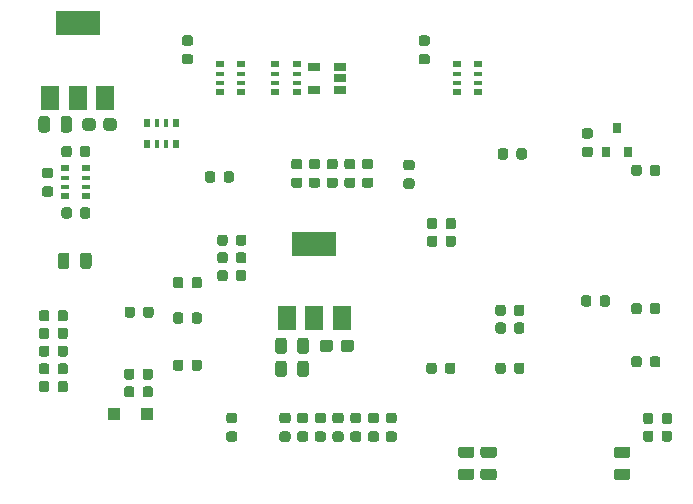
<source format=gbr>
G04 #@! TF.GenerationSoftware,KiCad,Pcbnew,(5.1.6-0-10_14)*
G04 #@! TF.CreationDate,2020-08-15T08:11:16-07:00*
G04 #@! TF.ProjectId,fpga-ice40,66706761-2d69-4636-9534-302e6b696361,r0.1*
G04 #@! TF.SameCoordinates,Original*
G04 #@! TF.FileFunction,Paste,Bot*
G04 #@! TF.FilePolarity,Positive*
%FSLAX46Y46*%
G04 Gerber Fmt 4.6, Leading zero omitted, Abs format (unit mm)*
G04 Created by KiCad (PCBNEW (5.1.6-0-10_14)) date 2020-08-15 08:11:16*
%MOMM*%
%LPD*%
G01*
G04 APERTURE LIST*
%ADD10R,1.100000X1.100000*%
%ADD11R,0.800000X0.500000*%
%ADD12R,0.800000X0.400000*%
%ADD13R,1.060000X0.650000*%
%ADD14R,0.500000X0.800000*%
%ADD15R,0.400000X0.800000*%
%ADD16R,0.800000X0.900000*%
%ADD17R,1.500000X2.000000*%
%ADD18R,3.800000X2.000000*%
G04 APERTURE END LIST*
G36*
G01*
X177250000Y-95593750D02*
X177250000Y-96106250D01*
G75*
G02*
X177031250Y-96325000I-218750J0D01*
G01*
X176593750Y-96325000D01*
G75*
G02*
X176375000Y-96106250I0J218750D01*
G01*
X176375000Y-95593750D01*
G75*
G02*
X176593750Y-95375000I218750J0D01*
G01*
X177031250Y-95375000D01*
G75*
G02*
X177250000Y-95593750I0J-218750D01*
G01*
G37*
G36*
G01*
X178825000Y-95593750D02*
X178825000Y-96106250D01*
G75*
G02*
X178606250Y-96325000I-218750J0D01*
G01*
X178168750Y-96325000D01*
G75*
G02*
X177950000Y-96106250I0J218750D01*
G01*
X177950000Y-95593750D01*
G75*
G02*
X178168750Y-95375000I218750J0D01*
G01*
X178606250Y-95375000D01*
G75*
G02*
X178825000Y-95593750I0J-218750D01*
G01*
G37*
G36*
G01*
X184500000Y-94793750D02*
X184500000Y-95306250D01*
G75*
G02*
X184281250Y-95525000I-218750J0D01*
G01*
X183843750Y-95525000D01*
G75*
G02*
X183625000Y-95306250I0J218750D01*
G01*
X183625000Y-94793750D01*
G75*
G02*
X183843750Y-94575000I218750J0D01*
G01*
X184281250Y-94575000D01*
G75*
G02*
X184500000Y-94793750I0J-218750D01*
G01*
G37*
G36*
G01*
X186075000Y-94793750D02*
X186075000Y-95306250D01*
G75*
G02*
X185856250Y-95525000I-218750J0D01*
G01*
X185418750Y-95525000D01*
G75*
G02*
X185200000Y-95306250I0J218750D01*
G01*
X185200000Y-94793750D01*
G75*
G02*
X185418750Y-94575000I218750J0D01*
G01*
X185856250Y-94575000D01*
G75*
G02*
X186075000Y-94793750I0J-218750D01*
G01*
G37*
G36*
G01*
X190450000Y-106756250D02*
X190450000Y-106243750D01*
G75*
G02*
X190668750Y-106025000I218750J0D01*
G01*
X191106250Y-106025000D01*
G75*
G02*
X191325000Y-106243750I0J-218750D01*
G01*
X191325000Y-106756250D01*
G75*
G02*
X191106250Y-106975000I-218750J0D01*
G01*
X190668750Y-106975000D01*
G75*
G02*
X190450000Y-106756250I0J218750D01*
G01*
G37*
G36*
G01*
X188875000Y-106756250D02*
X188875000Y-106243750D01*
G75*
G02*
X189093750Y-106025000I218750J0D01*
G01*
X189531250Y-106025000D01*
G75*
G02*
X189750000Y-106243750I0J-218750D01*
G01*
X189750000Y-106756250D01*
G75*
G02*
X189531250Y-106975000I-218750J0D01*
G01*
X189093750Y-106975000D01*
G75*
G02*
X188875000Y-106756250I0J218750D01*
G01*
G37*
G36*
G01*
X187556250Y-108350000D02*
X186643750Y-108350000D01*
G75*
G02*
X186400000Y-108106250I0J243750D01*
G01*
X186400000Y-107618750D01*
G75*
G02*
X186643750Y-107375000I243750J0D01*
G01*
X187556250Y-107375000D01*
G75*
G02*
X187800000Y-107618750I0J-243750D01*
G01*
X187800000Y-108106250D01*
G75*
G02*
X187556250Y-108350000I-243750J0D01*
G01*
G37*
G36*
G01*
X187556250Y-110225000D02*
X186643750Y-110225000D01*
G75*
G02*
X186400000Y-109981250I0J243750D01*
G01*
X186400000Y-109493750D01*
G75*
G02*
X186643750Y-109250000I243750J0D01*
G01*
X187556250Y-109250000D01*
G75*
G02*
X187800000Y-109493750I0J-243750D01*
G01*
X187800000Y-109981250D01*
G75*
G02*
X187556250Y-110225000I-243750J0D01*
G01*
G37*
G36*
G01*
X146500000Y-101506250D02*
X146500000Y-100993750D01*
G75*
G02*
X146718750Y-100775000I218750J0D01*
G01*
X147156250Y-100775000D01*
G75*
G02*
X147375000Y-100993750I0J-218750D01*
G01*
X147375000Y-101506250D01*
G75*
G02*
X147156250Y-101725000I-218750J0D01*
G01*
X146718750Y-101725000D01*
G75*
G02*
X146500000Y-101506250I0J218750D01*
G01*
G37*
G36*
G01*
X144925000Y-101506250D02*
X144925000Y-100993750D01*
G75*
G02*
X145143750Y-100775000I218750J0D01*
G01*
X145581250Y-100775000D01*
G75*
G02*
X145800000Y-100993750I0J-218750D01*
G01*
X145800000Y-101506250D01*
G75*
G02*
X145581250Y-101725000I-218750J0D01*
G01*
X145143750Y-101725000D01*
G75*
G02*
X144925000Y-101506250I0J218750D01*
G01*
G37*
G36*
G01*
X163275000Y-99125001D02*
X163275000Y-98574999D01*
G75*
G02*
X163524999Y-98325000I249999J0D01*
G01*
X164150001Y-98325000D01*
G75*
G02*
X164400000Y-98574999I0J-249999D01*
G01*
X164400000Y-99125001D01*
G75*
G02*
X164150001Y-99375000I-249999J0D01*
G01*
X163524999Y-99375000D01*
G75*
G02*
X163275000Y-99125001I0J249999D01*
G01*
G37*
G36*
G01*
X161500000Y-99125001D02*
X161500000Y-98574999D01*
G75*
G02*
X161749999Y-98325000I249999J0D01*
G01*
X162375001Y-98325000D01*
G75*
G02*
X162625000Y-98574999I0J-249999D01*
G01*
X162625000Y-99125001D01*
G75*
G02*
X162375001Y-99375000I-249999J0D01*
G01*
X161749999Y-99375000D01*
G75*
G02*
X161500000Y-99125001I0J249999D01*
G01*
G37*
G36*
G01*
X143175000Y-80375001D02*
X143175000Y-79824999D01*
G75*
G02*
X143424999Y-79575000I249999J0D01*
G01*
X144050001Y-79575000D01*
G75*
G02*
X144300000Y-79824999I0J-249999D01*
G01*
X144300000Y-80375001D01*
G75*
G02*
X144050001Y-80625000I-249999J0D01*
G01*
X143424999Y-80625000D01*
G75*
G02*
X143175000Y-80375001I0J249999D01*
G01*
G37*
G36*
G01*
X141400000Y-80375001D02*
X141400000Y-79824999D01*
G75*
G02*
X141649999Y-79575000I249999J0D01*
G01*
X142275001Y-79575000D01*
G75*
G02*
X142525000Y-79824999I0J-249999D01*
G01*
X142525000Y-80375001D01*
G75*
G02*
X142275001Y-80625000I-249999J0D01*
G01*
X141649999Y-80625000D01*
G75*
G02*
X141400000Y-80375001I0J249999D01*
G01*
G37*
G36*
G01*
X153700000Y-89643750D02*
X153700000Y-90156250D01*
G75*
G02*
X153481250Y-90375000I-218750J0D01*
G01*
X153043750Y-90375000D01*
G75*
G02*
X152825000Y-90156250I0J218750D01*
G01*
X152825000Y-89643750D01*
G75*
G02*
X153043750Y-89425000I218750J0D01*
G01*
X153481250Y-89425000D01*
G75*
G02*
X153700000Y-89643750I0J-218750D01*
G01*
G37*
G36*
G01*
X155275000Y-89643750D02*
X155275000Y-90156250D01*
G75*
G02*
X155056250Y-90375000I-218750J0D01*
G01*
X154618750Y-90375000D01*
G75*
G02*
X154400000Y-90156250I0J218750D01*
G01*
X154400000Y-89643750D01*
G75*
G02*
X154618750Y-89425000I218750J0D01*
G01*
X155056250Y-89425000D01*
G75*
G02*
X155275000Y-89643750I0J-218750D01*
G01*
G37*
G36*
G01*
X141200000Y-92106250D02*
X141200000Y-91193750D01*
G75*
G02*
X141443750Y-90950000I243750J0D01*
G01*
X141931250Y-90950000D01*
G75*
G02*
X142175000Y-91193750I0J-243750D01*
G01*
X142175000Y-92106250D01*
G75*
G02*
X141931250Y-92350000I-243750J0D01*
G01*
X141443750Y-92350000D01*
G75*
G02*
X141200000Y-92106250I0J243750D01*
G01*
G37*
G36*
G01*
X139325000Y-92106250D02*
X139325000Y-91193750D01*
G75*
G02*
X139568750Y-90950000I243750J0D01*
G01*
X140056250Y-90950000D01*
G75*
G02*
X140300000Y-91193750I0J-243750D01*
G01*
X140300000Y-92106250D01*
G75*
G02*
X140056250Y-92350000I-243750J0D01*
G01*
X139568750Y-92350000D01*
G75*
G02*
X139325000Y-92106250I0J243750D01*
G01*
G37*
G36*
G01*
X158700000Y-98393750D02*
X158700000Y-99306250D01*
G75*
G02*
X158456250Y-99550000I-243750J0D01*
G01*
X157968750Y-99550000D01*
G75*
G02*
X157725000Y-99306250I0J243750D01*
G01*
X157725000Y-98393750D01*
G75*
G02*
X157968750Y-98150000I243750J0D01*
G01*
X158456250Y-98150000D01*
G75*
G02*
X158700000Y-98393750I0J-243750D01*
G01*
G37*
G36*
G01*
X160575000Y-98393750D02*
X160575000Y-99306250D01*
G75*
G02*
X160331250Y-99550000I-243750J0D01*
G01*
X159843750Y-99550000D01*
G75*
G02*
X159600000Y-99306250I0J243750D01*
G01*
X159600000Y-98393750D01*
G75*
G02*
X159843750Y-98150000I243750J0D01*
G01*
X160331250Y-98150000D01*
G75*
G02*
X160575000Y-98393750I0J-243750D01*
G01*
G37*
G36*
G01*
X138650000Y-79643750D02*
X138650000Y-80556250D01*
G75*
G02*
X138406250Y-80800000I-243750J0D01*
G01*
X137918750Y-80800000D01*
G75*
G02*
X137675000Y-80556250I0J243750D01*
G01*
X137675000Y-79643750D01*
G75*
G02*
X137918750Y-79400000I243750J0D01*
G01*
X138406250Y-79400000D01*
G75*
G02*
X138650000Y-79643750I0J-243750D01*
G01*
G37*
G36*
G01*
X140525000Y-79643750D02*
X140525000Y-80556250D01*
G75*
G02*
X140281250Y-80800000I-243750J0D01*
G01*
X139793750Y-80800000D01*
G75*
G02*
X139550000Y-80556250I0J243750D01*
G01*
X139550000Y-79643750D01*
G75*
G02*
X139793750Y-79400000I243750J0D01*
G01*
X140281250Y-79400000D01*
G75*
G02*
X140525000Y-79643750I0J-243750D01*
G01*
G37*
G36*
G01*
X139300000Y-102556250D02*
X139300000Y-102043750D01*
G75*
G02*
X139518750Y-101825000I218750J0D01*
G01*
X139956250Y-101825000D01*
G75*
G02*
X140175000Y-102043750I0J-218750D01*
G01*
X140175000Y-102556250D01*
G75*
G02*
X139956250Y-102775000I-218750J0D01*
G01*
X139518750Y-102775000D01*
G75*
G02*
X139300000Y-102556250I0J218750D01*
G01*
G37*
G36*
G01*
X137725000Y-102556250D02*
X137725000Y-102043750D01*
G75*
G02*
X137943750Y-101825000I218750J0D01*
G01*
X138381250Y-101825000D01*
G75*
G02*
X138600000Y-102043750I0J-218750D01*
G01*
X138600000Y-102556250D01*
G75*
G02*
X138381250Y-102775000I-218750J0D01*
G01*
X137943750Y-102775000D01*
G75*
G02*
X137725000Y-102556250I0J218750D01*
G01*
G37*
G36*
G01*
X177450000Y-82343750D02*
X177450000Y-82856250D01*
G75*
G02*
X177231250Y-83075000I-218750J0D01*
G01*
X176793750Y-83075000D01*
G75*
G02*
X176575000Y-82856250I0J218750D01*
G01*
X176575000Y-82343750D01*
G75*
G02*
X176793750Y-82125000I218750J0D01*
G01*
X177231250Y-82125000D01*
G75*
G02*
X177450000Y-82343750I0J-218750D01*
G01*
G37*
G36*
G01*
X179025000Y-82343750D02*
X179025000Y-82856250D01*
G75*
G02*
X178806250Y-83075000I-218750J0D01*
G01*
X178368750Y-83075000D01*
G75*
G02*
X178150000Y-82856250I0J218750D01*
G01*
X178150000Y-82343750D01*
G75*
G02*
X178368750Y-82125000I218750J0D01*
G01*
X178806250Y-82125000D01*
G75*
G02*
X179025000Y-82343750I0J-218750D01*
G01*
G37*
G36*
G01*
X165793750Y-106100000D02*
X166306250Y-106100000D01*
G75*
G02*
X166525000Y-106318750I0J-218750D01*
G01*
X166525000Y-106756250D01*
G75*
G02*
X166306250Y-106975000I-218750J0D01*
G01*
X165793750Y-106975000D01*
G75*
G02*
X165575000Y-106756250I0J218750D01*
G01*
X165575000Y-106318750D01*
G75*
G02*
X165793750Y-106100000I218750J0D01*
G01*
G37*
G36*
G01*
X165793750Y-104525000D02*
X166306250Y-104525000D01*
G75*
G02*
X166525000Y-104743750I0J-218750D01*
G01*
X166525000Y-105181250D01*
G75*
G02*
X166306250Y-105400000I-218750J0D01*
G01*
X165793750Y-105400000D01*
G75*
G02*
X165575000Y-105181250I0J218750D01*
G01*
X165575000Y-104743750D01*
G75*
G02*
X165793750Y-104525000I218750J0D01*
G01*
G37*
G36*
G01*
X167293750Y-106100000D02*
X167806250Y-106100000D01*
G75*
G02*
X168025000Y-106318750I0J-218750D01*
G01*
X168025000Y-106756250D01*
G75*
G02*
X167806250Y-106975000I-218750J0D01*
G01*
X167293750Y-106975000D01*
G75*
G02*
X167075000Y-106756250I0J218750D01*
G01*
X167075000Y-106318750D01*
G75*
G02*
X167293750Y-106100000I218750J0D01*
G01*
G37*
G36*
G01*
X167293750Y-104525000D02*
X167806250Y-104525000D01*
G75*
G02*
X168025000Y-104743750I0J-218750D01*
G01*
X168025000Y-105181250D01*
G75*
G02*
X167806250Y-105400000I-218750J0D01*
G01*
X167293750Y-105400000D01*
G75*
G02*
X167075000Y-105181250I0J218750D01*
G01*
X167075000Y-104743750D01*
G75*
G02*
X167293750Y-104525000I218750J0D01*
G01*
G37*
G36*
G01*
X141200000Y-87856250D02*
X141200000Y-87343750D01*
G75*
G02*
X141418750Y-87125000I218750J0D01*
G01*
X141856250Y-87125000D01*
G75*
G02*
X142075000Y-87343750I0J-218750D01*
G01*
X142075000Y-87856250D01*
G75*
G02*
X141856250Y-88075000I-218750J0D01*
G01*
X141418750Y-88075000D01*
G75*
G02*
X141200000Y-87856250I0J218750D01*
G01*
G37*
G36*
G01*
X139625000Y-87856250D02*
X139625000Y-87343750D01*
G75*
G02*
X139843750Y-87125000I218750J0D01*
G01*
X140281250Y-87125000D01*
G75*
G02*
X140500000Y-87343750I0J-218750D01*
G01*
X140500000Y-87856250D01*
G75*
G02*
X140281250Y-88075000I-218750J0D01*
G01*
X139843750Y-88075000D01*
G75*
G02*
X139625000Y-87856250I0J218750D01*
G01*
G37*
D10*
X144100000Y-104650000D03*
X146900000Y-104650000D03*
D11*
X157750000Y-77402000D03*
D12*
X157750000Y-76602000D03*
D11*
X157750000Y-75002000D03*
D12*
X157750000Y-75802000D03*
D11*
X159550000Y-77402000D03*
D12*
X159550000Y-75802000D03*
X159550000Y-76602000D03*
D11*
X159550000Y-75002000D03*
X174900000Y-75000000D03*
D12*
X174900000Y-75800000D03*
D11*
X174900000Y-77400000D03*
D12*
X174900000Y-76600000D03*
D11*
X173100000Y-75000000D03*
D12*
X173100000Y-76600000D03*
X173100000Y-75800000D03*
D11*
X173100000Y-77400000D03*
D13*
X161050000Y-75250000D03*
X161050000Y-77150000D03*
X163250000Y-77150000D03*
X163250000Y-76200000D03*
X163250000Y-75250000D03*
G36*
G01*
X176256250Y-108350000D02*
X175343750Y-108350000D01*
G75*
G02*
X175100000Y-108106250I0J243750D01*
G01*
X175100000Y-107618750D01*
G75*
G02*
X175343750Y-107375000I243750J0D01*
G01*
X176256250Y-107375000D01*
G75*
G02*
X176500000Y-107618750I0J-243750D01*
G01*
X176500000Y-108106250D01*
G75*
G02*
X176256250Y-108350000I-243750J0D01*
G01*
G37*
G36*
G01*
X176256250Y-110225000D02*
X175343750Y-110225000D01*
G75*
G02*
X175100000Y-109981250I0J243750D01*
G01*
X175100000Y-109493750D01*
G75*
G02*
X175343750Y-109250000I243750J0D01*
G01*
X176256250Y-109250000D01*
G75*
G02*
X176500000Y-109493750I0J-243750D01*
G01*
X176500000Y-109981250D01*
G75*
G02*
X176256250Y-110225000I-243750J0D01*
G01*
G37*
D14*
X149300000Y-81800000D03*
D15*
X148500000Y-81800000D03*
D14*
X146900000Y-81800000D03*
D15*
X147700000Y-81800000D03*
D14*
X149300000Y-80000000D03*
D15*
X147700000Y-80000000D03*
X148500000Y-80000000D03*
D14*
X146900000Y-80000000D03*
G36*
G01*
X138600000Y-97543750D02*
X138600000Y-98056250D01*
G75*
G02*
X138381250Y-98275000I-218750J0D01*
G01*
X137943750Y-98275000D01*
G75*
G02*
X137725000Y-98056250I0J218750D01*
G01*
X137725000Y-97543750D01*
G75*
G02*
X137943750Y-97325000I218750J0D01*
G01*
X138381250Y-97325000D01*
G75*
G02*
X138600000Y-97543750I0J-218750D01*
G01*
G37*
G36*
G01*
X140175000Y-97543750D02*
X140175000Y-98056250D01*
G75*
G02*
X139956250Y-98275000I-218750J0D01*
G01*
X139518750Y-98275000D01*
G75*
G02*
X139300000Y-98056250I0J218750D01*
G01*
X139300000Y-97543750D01*
G75*
G02*
X139518750Y-97325000I218750J0D01*
G01*
X139956250Y-97325000D01*
G75*
G02*
X140175000Y-97543750I0J-218750D01*
G01*
G37*
G36*
G01*
X184406250Y-81300000D02*
X183893750Y-81300000D01*
G75*
G02*
X183675000Y-81081250I0J218750D01*
G01*
X183675000Y-80643750D01*
G75*
G02*
X183893750Y-80425000I218750J0D01*
G01*
X184406250Y-80425000D01*
G75*
G02*
X184625000Y-80643750I0J-218750D01*
G01*
X184625000Y-81081250D01*
G75*
G02*
X184406250Y-81300000I-218750J0D01*
G01*
G37*
G36*
G01*
X184406250Y-82875000D02*
X183893750Y-82875000D01*
G75*
G02*
X183675000Y-82656250I0J218750D01*
G01*
X183675000Y-82218750D01*
G75*
G02*
X183893750Y-82000000I218750J0D01*
G01*
X184406250Y-82000000D01*
G75*
G02*
X184625000Y-82218750I0J-218750D01*
G01*
X184625000Y-82656250D01*
G75*
G02*
X184406250Y-82875000I-218750J0D01*
G01*
G37*
D16*
X186650000Y-80450000D03*
X185700000Y-82450000D03*
X187600000Y-82450000D03*
G36*
G01*
X158700000Y-100343750D02*
X158700000Y-101256250D01*
G75*
G02*
X158456250Y-101500000I-243750J0D01*
G01*
X157968750Y-101500000D01*
G75*
G02*
X157725000Y-101256250I0J243750D01*
G01*
X157725000Y-100343750D01*
G75*
G02*
X157968750Y-100100000I243750J0D01*
G01*
X158456250Y-100100000D01*
G75*
G02*
X158700000Y-100343750I0J-243750D01*
G01*
G37*
G36*
G01*
X160575000Y-100343750D02*
X160575000Y-101256250D01*
G75*
G02*
X160331250Y-101500000I-243750J0D01*
G01*
X159843750Y-101500000D01*
G75*
G02*
X159600000Y-101256250I0J243750D01*
G01*
X159600000Y-100343750D01*
G75*
G02*
X159843750Y-100100000I243750J0D01*
G01*
X160331250Y-100100000D01*
G75*
G02*
X160575000Y-100343750I0J-243750D01*
G01*
G37*
D17*
X163350000Y-96500000D03*
X158750000Y-96500000D03*
X161050000Y-96500000D03*
D18*
X161050000Y-90200000D03*
D17*
X143300000Y-77850000D03*
X138700000Y-77850000D03*
X141000000Y-77850000D03*
D18*
X141000000Y-71550000D03*
G36*
G01*
X174356250Y-108350000D02*
X173443750Y-108350000D01*
G75*
G02*
X173200000Y-108106250I0J243750D01*
G01*
X173200000Y-107618750D01*
G75*
G02*
X173443750Y-107375000I243750J0D01*
G01*
X174356250Y-107375000D01*
G75*
G02*
X174600000Y-107618750I0J-243750D01*
G01*
X174600000Y-108106250D01*
G75*
G02*
X174356250Y-108350000I-243750J0D01*
G01*
G37*
G36*
G01*
X174356250Y-110225000D02*
X173443750Y-110225000D01*
G75*
G02*
X173200000Y-109981250I0J243750D01*
G01*
X173200000Y-109493750D01*
G75*
G02*
X173443750Y-109250000I243750J0D01*
G01*
X174356250Y-109250000D01*
G75*
G02*
X174600000Y-109493750I0J-243750D01*
G01*
X174600000Y-109981250D01*
G75*
G02*
X174356250Y-110225000I-243750J0D01*
G01*
G37*
G36*
G01*
X139300000Y-101056250D02*
X139300000Y-100543750D01*
G75*
G02*
X139518750Y-100325000I218750J0D01*
G01*
X139956250Y-100325000D01*
G75*
G02*
X140175000Y-100543750I0J-218750D01*
G01*
X140175000Y-101056250D01*
G75*
G02*
X139956250Y-101275000I-218750J0D01*
G01*
X139518750Y-101275000D01*
G75*
G02*
X139300000Y-101056250I0J218750D01*
G01*
G37*
G36*
G01*
X137725000Y-101056250D02*
X137725000Y-100543750D01*
G75*
G02*
X137943750Y-100325000I218750J0D01*
G01*
X138381250Y-100325000D01*
G75*
G02*
X138600000Y-100543750I0J-218750D01*
G01*
X138600000Y-101056250D01*
G75*
G02*
X138381250Y-101275000I-218750J0D01*
G01*
X137943750Y-101275000D01*
G75*
G02*
X137725000Y-101056250I0J218750D01*
G01*
G37*
G36*
G01*
X138600000Y-99043750D02*
X138600000Y-99556250D01*
G75*
G02*
X138381250Y-99775000I-218750J0D01*
G01*
X137943750Y-99775000D01*
G75*
G02*
X137725000Y-99556250I0J218750D01*
G01*
X137725000Y-99043750D01*
G75*
G02*
X137943750Y-98825000I218750J0D01*
G01*
X138381250Y-98825000D01*
G75*
G02*
X138600000Y-99043750I0J-218750D01*
G01*
G37*
G36*
G01*
X140175000Y-99043750D02*
X140175000Y-99556250D01*
G75*
G02*
X139956250Y-99775000I-218750J0D01*
G01*
X139518750Y-99775000D01*
G75*
G02*
X139300000Y-99556250I0J218750D01*
G01*
X139300000Y-99043750D01*
G75*
G02*
X139518750Y-98825000I218750J0D01*
G01*
X139956250Y-98825000D01*
G75*
G02*
X140175000Y-99043750I0J-218750D01*
G01*
G37*
G36*
G01*
X153700000Y-91143750D02*
X153700000Y-91656250D01*
G75*
G02*
X153481250Y-91875000I-218750J0D01*
G01*
X153043750Y-91875000D01*
G75*
G02*
X152825000Y-91656250I0J218750D01*
G01*
X152825000Y-91143750D01*
G75*
G02*
X153043750Y-90925000I218750J0D01*
G01*
X153481250Y-90925000D01*
G75*
G02*
X153700000Y-91143750I0J-218750D01*
G01*
G37*
G36*
G01*
X155275000Y-91143750D02*
X155275000Y-91656250D01*
G75*
G02*
X155056250Y-91875000I-218750J0D01*
G01*
X154618750Y-91875000D01*
G75*
G02*
X154400000Y-91656250I0J218750D01*
G01*
X154400000Y-91143750D01*
G75*
G02*
X154618750Y-90925000I218750J0D01*
G01*
X155056250Y-90925000D01*
G75*
G02*
X155275000Y-91143750I0J-218750D01*
G01*
G37*
G36*
G01*
X153700000Y-92643750D02*
X153700000Y-93156250D01*
G75*
G02*
X153481250Y-93375000I-218750J0D01*
G01*
X153043750Y-93375000D01*
G75*
G02*
X152825000Y-93156250I0J218750D01*
G01*
X152825000Y-92643750D01*
G75*
G02*
X153043750Y-92425000I218750J0D01*
G01*
X153481250Y-92425000D01*
G75*
G02*
X153700000Y-92643750I0J-218750D01*
G01*
G37*
G36*
G01*
X155275000Y-92643750D02*
X155275000Y-93156250D01*
G75*
G02*
X155056250Y-93375000I-218750J0D01*
G01*
X154618750Y-93375000D01*
G75*
G02*
X154400000Y-93156250I0J218750D01*
G01*
X154400000Y-92643750D01*
G75*
G02*
X154618750Y-92425000I218750J0D01*
G01*
X155056250Y-92425000D01*
G75*
G02*
X155275000Y-92643750I0J-218750D01*
G01*
G37*
G36*
G01*
X145800000Y-102493750D02*
X145800000Y-103006250D01*
G75*
G02*
X145581250Y-103225000I-218750J0D01*
G01*
X145143750Y-103225000D01*
G75*
G02*
X144925000Y-103006250I0J218750D01*
G01*
X144925000Y-102493750D01*
G75*
G02*
X145143750Y-102275000I218750J0D01*
G01*
X145581250Y-102275000D01*
G75*
G02*
X145800000Y-102493750I0J-218750D01*
G01*
G37*
G36*
G01*
X147375000Y-102493750D02*
X147375000Y-103006250D01*
G75*
G02*
X147156250Y-103225000I-218750J0D01*
G01*
X146718750Y-103225000D01*
G75*
G02*
X146500000Y-103006250I0J218750D01*
G01*
X146500000Y-102493750D01*
G75*
G02*
X146718750Y-102275000I218750J0D01*
G01*
X147156250Y-102275000D01*
G75*
G02*
X147375000Y-102493750I0J-218750D01*
G01*
G37*
G36*
G01*
X153350000Y-84806250D02*
X153350000Y-84293750D01*
G75*
G02*
X153568750Y-84075000I218750J0D01*
G01*
X154006250Y-84075000D01*
G75*
G02*
X154225000Y-84293750I0J-218750D01*
G01*
X154225000Y-84806250D01*
G75*
G02*
X154006250Y-85025000I-218750J0D01*
G01*
X153568750Y-85025000D01*
G75*
G02*
X153350000Y-84806250I0J218750D01*
G01*
G37*
G36*
G01*
X151775000Y-84806250D02*
X151775000Y-84293750D01*
G75*
G02*
X151993750Y-84075000I218750J0D01*
G01*
X152431250Y-84075000D01*
G75*
G02*
X152650000Y-84293750I0J-218750D01*
G01*
X152650000Y-84806250D01*
G75*
G02*
X152431250Y-85025000I-218750J0D01*
G01*
X151993750Y-85025000D01*
G75*
G02*
X151775000Y-84806250I0J218750D01*
G01*
G37*
G36*
G01*
X145850000Y-95743750D02*
X145850000Y-96256250D01*
G75*
G02*
X145631250Y-96475000I-218750J0D01*
G01*
X145193750Y-96475000D01*
G75*
G02*
X144975000Y-96256250I0J218750D01*
G01*
X144975000Y-95743750D01*
G75*
G02*
X145193750Y-95525000I218750J0D01*
G01*
X145631250Y-95525000D01*
G75*
G02*
X145850000Y-95743750I0J-218750D01*
G01*
G37*
G36*
G01*
X147425000Y-95743750D02*
X147425000Y-96256250D01*
G75*
G02*
X147206250Y-96475000I-218750J0D01*
G01*
X146768750Y-96475000D01*
G75*
G02*
X146550000Y-96256250I0J218750D01*
G01*
X146550000Y-95743750D01*
G75*
G02*
X146768750Y-95525000I218750J0D01*
G01*
X147206250Y-95525000D01*
G75*
G02*
X147425000Y-95743750I0J-218750D01*
G01*
G37*
G36*
G01*
X138600000Y-96043750D02*
X138600000Y-96556250D01*
G75*
G02*
X138381250Y-96775000I-218750J0D01*
G01*
X137943750Y-96775000D01*
G75*
G02*
X137725000Y-96556250I0J218750D01*
G01*
X137725000Y-96043750D01*
G75*
G02*
X137943750Y-95825000I218750J0D01*
G01*
X138381250Y-95825000D01*
G75*
G02*
X138600000Y-96043750I0J-218750D01*
G01*
G37*
G36*
G01*
X140175000Y-96043750D02*
X140175000Y-96556250D01*
G75*
G02*
X139956250Y-96775000I-218750J0D01*
G01*
X139518750Y-96775000D01*
G75*
G02*
X139300000Y-96556250I0J218750D01*
G01*
X139300000Y-96043750D01*
G75*
G02*
X139518750Y-95825000I218750J0D01*
G01*
X139956250Y-95825000D01*
G75*
G02*
X140175000Y-96043750I0J-218750D01*
G01*
G37*
G36*
G01*
X161293750Y-104525000D02*
X161806250Y-104525000D01*
G75*
G02*
X162025000Y-104743750I0J-218750D01*
G01*
X162025000Y-105181250D01*
G75*
G02*
X161806250Y-105400000I-218750J0D01*
G01*
X161293750Y-105400000D01*
G75*
G02*
X161075000Y-105181250I0J218750D01*
G01*
X161075000Y-104743750D01*
G75*
G02*
X161293750Y-104525000I218750J0D01*
G01*
G37*
G36*
G01*
X161293750Y-106100000D02*
X161806250Y-106100000D01*
G75*
G02*
X162025000Y-106318750I0J-218750D01*
G01*
X162025000Y-106756250D01*
G75*
G02*
X161806250Y-106975000I-218750J0D01*
G01*
X161293750Y-106975000D01*
G75*
G02*
X161075000Y-106756250I0J218750D01*
G01*
X161075000Y-106318750D01*
G75*
G02*
X161293750Y-106100000I218750J0D01*
G01*
G37*
D11*
X139950000Y-86200000D03*
D12*
X139950000Y-85400000D03*
D11*
X139950000Y-83800000D03*
D12*
X139950000Y-84600000D03*
D11*
X141750000Y-86200000D03*
D12*
X141750000Y-84600000D03*
X141750000Y-85400000D03*
D11*
X141750000Y-83800000D03*
X154818000Y-75002000D03*
D12*
X154818000Y-75802000D03*
D11*
X154818000Y-77402000D03*
D12*
X154818000Y-76602000D03*
D11*
X153018000Y-75002000D03*
D12*
X153018000Y-76602000D03*
X153018000Y-75802000D03*
D11*
X153018000Y-77402000D03*
G36*
G01*
X163306250Y-106975000D02*
X162793750Y-106975000D01*
G75*
G02*
X162575000Y-106756250I0J218750D01*
G01*
X162575000Y-106318750D01*
G75*
G02*
X162793750Y-106100000I218750J0D01*
G01*
X163306250Y-106100000D01*
G75*
G02*
X163525000Y-106318750I0J-218750D01*
G01*
X163525000Y-106756250D01*
G75*
G02*
X163306250Y-106975000I-218750J0D01*
G01*
G37*
G36*
G01*
X163306250Y-105400000D02*
X162793750Y-105400000D01*
G75*
G02*
X162575000Y-105181250I0J218750D01*
G01*
X162575000Y-104743750D01*
G75*
G02*
X162793750Y-104525000I218750J0D01*
G01*
X163306250Y-104525000D01*
G75*
G02*
X163525000Y-104743750I0J-218750D01*
G01*
X163525000Y-105181250D01*
G75*
G02*
X163306250Y-105400000I-218750J0D01*
G01*
G37*
G36*
G01*
X160793750Y-83025000D02*
X161306250Y-83025000D01*
G75*
G02*
X161525000Y-83243750I0J-218750D01*
G01*
X161525000Y-83681250D01*
G75*
G02*
X161306250Y-83900000I-218750J0D01*
G01*
X160793750Y-83900000D01*
G75*
G02*
X160575000Y-83681250I0J218750D01*
G01*
X160575000Y-83243750D01*
G75*
G02*
X160793750Y-83025000I218750J0D01*
G01*
G37*
G36*
G01*
X160793750Y-84600000D02*
X161306250Y-84600000D01*
G75*
G02*
X161525000Y-84818750I0J-218750D01*
G01*
X161525000Y-85256250D01*
G75*
G02*
X161306250Y-85475000I-218750J0D01*
G01*
X160793750Y-85475000D01*
G75*
G02*
X160575000Y-85256250I0J218750D01*
G01*
X160575000Y-84818750D01*
G75*
G02*
X160793750Y-84600000I218750J0D01*
G01*
G37*
G36*
G01*
X139625000Y-82656250D02*
X139625000Y-82143750D01*
G75*
G02*
X139843750Y-81925000I218750J0D01*
G01*
X140281250Y-81925000D01*
G75*
G02*
X140500000Y-82143750I0J-218750D01*
G01*
X140500000Y-82656250D01*
G75*
G02*
X140281250Y-82875000I-218750J0D01*
G01*
X139843750Y-82875000D01*
G75*
G02*
X139625000Y-82656250I0J218750D01*
G01*
G37*
G36*
G01*
X141200000Y-82656250D02*
X141200000Y-82143750D01*
G75*
G02*
X141418750Y-81925000I218750J0D01*
G01*
X141856250Y-81925000D01*
G75*
G02*
X142075000Y-82143750I0J-218750D01*
G01*
X142075000Y-82656250D01*
G75*
G02*
X141856250Y-82875000I-218750J0D01*
G01*
X141418750Y-82875000D01*
G75*
G02*
X141200000Y-82656250I0J218750D01*
G01*
G37*
G36*
G01*
X159793750Y-104525000D02*
X160306250Y-104525000D01*
G75*
G02*
X160525000Y-104743750I0J-218750D01*
G01*
X160525000Y-105181250D01*
G75*
G02*
X160306250Y-105400000I-218750J0D01*
G01*
X159793750Y-105400000D01*
G75*
G02*
X159575000Y-105181250I0J218750D01*
G01*
X159575000Y-104743750D01*
G75*
G02*
X159793750Y-104525000I218750J0D01*
G01*
G37*
G36*
G01*
X159793750Y-106100000D02*
X160306250Y-106100000D01*
G75*
G02*
X160525000Y-106318750I0J-218750D01*
G01*
X160525000Y-106756250D01*
G75*
G02*
X160306250Y-106975000I-218750J0D01*
G01*
X159793750Y-106975000D01*
G75*
G02*
X159575000Y-106756250I0J218750D01*
G01*
X159575000Y-106318750D01*
G75*
G02*
X159793750Y-106100000I218750J0D01*
G01*
G37*
G36*
G01*
X138706250Y-86225000D02*
X138193750Y-86225000D01*
G75*
G02*
X137975000Y-86006250I0J218750D01*
G01*
X137975000Y-85568750D01*
G75*
G02*
X138193750Y-85350000I218750J0D01*
G01*
X138706250Y-85350000D01*
G75*
G02*
X138925000Y-85568750I0J-218750D01*
G01*
X138925000Y-86006250D01*
G75*
G02*
X138706250Y-86225000I-218750J0D01*
G01*
G37*
G36*
G01*
X138706250Y-84650000D02*
X138193750Y-84650000D01*
G75*
G02*
X137975000Y-84431250I0J218750D01*
G01*
X137975000Y-83993750D01*
G75*
G02*
X138193750Y-83775000I218750J0D01*
G01*
X138706250Y-83775000D01*
G75*
G02*
X138925000Y-83993750I0J-218750D01*
G01*
X138925000Y-84431250D01*
G75*
G02*
X138706250Y-84650000I-218750J0D01*
G01*
G37*
G36*
G01*
X170093750Y-74150000D02*
X170606250Y-74150000D01*
G75*
G02*
X170825000Y-74368750I0J-218750D01*
G01*
X170825000Y-74806250D01*
G75*
G02*
X170606250Y-75025000I-218750J0D01*
G01*
X170093750Y-75025000D01*
G75*
G02*
X169875000Y-74806250I0J218750D01*
G01*
X169875000Y-74368750D01*
G75*
G02*
X170093750Y-74150000I218750J0D01*
G01*
G37*
G36*
G01*
X170093750Y-72575000D02*
X170606250Y-72575000D01*
G75*
G02*
X170825000Y-72793750I0J-218750D01*
G01*
X170825000Y-73231250D01*
G75*
G02*
X170606250Y-73450000I-218750J0D01*
G01*
X170093750Y-73450000D01*
G75*
G02*
X169875000Y-73231250I0J218750D01*
G01*
X169875000Y-72793750D01*
G75*
G02*
X170093750Y-72575000I218750J0D01*
G01*
G37*
G36*
G01*
X150043750Y-74150000D02*
X150556250Y-74150000D01*
G75*
G02*
X150775000Y-74368750I0J-218750D01*
G01*
X150775000Y-74806250D01*
G75*
G02*
X150556250Y-75025000I-218750J0D01*
G01*
X150043750Y-75025000D01*
G75*
G02*
X149825000Y-74806250I0J218750D01*
G01*
X149825000Y-74368750D01*
G75*
G02*
X150043750Y-74150000I218750J0D01*
G01*
G37*
G36*
G01*
X150043750Y-72575000D02*
X150556250Y-72575000D01*
G75*
G02*
X150775000Y-72793750I0J-218750D01*
G01*
X150775000Y-73231250D01*
G75*
G02*
X150556250Y-73450000I-218750J0D01*
G01*
X150043750Y-73450000D01*
G75*
G02*
X149825000Y-73231250I0J218750D01*
G01*
X149825000Y-72793750D01*
G75*
G02*
X150043750Y-72575000I218750J0D01*
G01*
G37*
G36*
G01*
X178825000Y-97093750D02*
X178825000Y-97606250D01*
G75*
G02*
X178606250Y-97825000I-218750J0D01*
G01*
X178168750Y-97825000D01*
G75*
G02*
X177950000Y-97606250I0J218750D01*
G01*
X177950000Y-97093750D01*
G75*
G02*
X178168750Y-96875000I218750J0D01*
G01*
X178606250Y-96875000D01*
G75*
G02*
X178825000Y-97093750I0J-218750D01*
G01*
G37*
G36*
G01*
X177250000Y-97093750D02*
X177250000Y-97606250D01*
G75*
G02*
X177031250Y-97825000I-218750J0D01*
G01*
X176593750Y-97825000D01*
G75*
G02*
X176375000Y-97606250I0J218750D01*
G01*
X176375000Y-97093750D01*
G75*
G02*
X176593750Y-96875000I218750J0D01*
G01*
X177031250Y-96875000D01*
G75*
G02*
X177250000Y-97093750I0J-218750D01*
G01*
G37*
G36*
G01*
X178825000Y-100493750D02*
X178825000Y-101006250D01*
G75*
G02*
X178606250Y-101225000I-218750J0D01*
G01*
X178168750Y-101225000D01*
G75*
G02*
X177950000Y-101006250I0J218750D01*
G01*
X177950000Y-100493750D01*
G75*
G02*
X178168750Y-100275000I218750J0D01*
G01*
X178606250Y-100275000D01*
G75*
G02*
X178825000Y-100493750I0J-218750D01*
G01*
G37*
G36*
G01*
X177250000Y-100493750D02*
X177250000Y-101006250D01*
G75*
G02*
X177031250Y-101225000I-218750J0D01*
G01*
X176593750Y-101225000D01*
G75*
G02*
X176375000Y-101006250I0J218750D01*
G01*
X176375000Y-100493750D01*
G75*
G02*
X176593750Y-100275000I218750J0D01*
G01*
X177031250Y-100275000D01*
G75*
G02*
X177250000Y-100493750I0J-218750D01*
G01*
G37*
G36*
G01*
X189450000Y-100456250D02*
X189450000Y-99943750D01*
G75*
G02*
X189668750Y-99725000I218750J0D01*
G01*
X190106250Y-99725000D01*
G75*
G02*
X190325000Y-99943750I0J-218750D01*
G01*
X190325000Y-100456250D01*
G75*
G02*
X190106250Y-100675000I-218750J0D01*
G01*
X189668750Y-100675000D01*
G75*
G02*
X189450000Y-100456250I0J218750D01*
G01*
G37*
G36*
G01*
X187875000Y-100456250D02*
X187875000Y-99943750D01*
G75*
G02*
X188093750Y-99725000I218750J0D01*
G01*
X188531250Y-99725000D01*
G75*
G02*
X188750000Y-99943750I0J-218750D01*
G01*
X188750000Y-100456250D01*
G75*
G02*
X188531250Y-100675000I-218750J0D01*
G01*
X188093750Y-100675000D01*
G75*
G02*
X187875000Y-100456250I0J218750D01*
G01*
G37*
G36*
G01*
X190450000Y-105256250D02*
X190450000Y-104743750D01*
G75*
G02*
X190668750Y-104525000I218750J0D01*
G01*
X191106250Y-104525000D01*
G75*
G02*
X191325000Y-104743750I0J-218750D01*
G01*
X191325000Y-105256250D01*
G75*
G02*
X191106250Y-105475000I-218750J0D01*
G01*
X190668750Y-105475000D01*
G75*
G02*
X190450000Y-105256250I0J218750D01*
G01*
G37*
G36*
G01*
X188875000Y-105256250D02*
X188875000Y-104743750D01*
G75*
G02*
X189093750Y-104525000I218750J0D01*
G01*
X189531250Y-104525000D01*
G75*
G02*
X189750000Y-104743750I0J-218750D01*
G01*
X189750000Y-105256250D01*
G75*
G02*
X189531250Y-105475000I-218750J0D01*
G01*
X189093750Y-105475000D01*
G75*
G02*
X188875000Y-105256250I0J218750D01*
G01*
G37*
G36*
G01*
X187875000Y-84256250D02*
X187875000Y-83743750D01*
G75*
G02*
X188093750Y-83525000I218750J0D01*
G01*
X188531250Y-83525000D01*
G75*
G02*
X188750000Y-83743750I0J-218750D01*
G01*
X188750000Y-84256250D01*
G75*
G02*
X188531250Y-84475000I-218750J0D01*
G01*
X188093750Y-84475000D01*
G75*
G02*
X187875000Y-84256250I0J218750D01*
G01*
G37*
G36*
G01*
X189450000Y-84256250D02*
X189450000Y-83743750D01*
G75*
G02*
X189668750Y-83525000I218750J0D01*
G01*
X190106250Y-83525000D01*
G75*
G02*
X190325000Y-83743750I0J-218750D01*
G01*
X190325000Y-84256250D01*
G75*
G02*
X190106250Y-84475000I-218750J0D01*
G01*
X189668750Y-84475000D01*
G75*
G02*
X189450000Y-84256250I0J218750D01*
G01*
G37*
G36*
G01*
X189450000Y-95956250D02*
X189450000Y-95443750D01*
G75*
G02*
X189668750Y-95225000I218750J0D01*
G01*
X190106250Y-95225000D01*
G75*
G02*
X190325000Y-95443750I0J-218750D01*
G01*
X190325000Y-95956250D01*
G75*
G02*
X190106250Y-96175000I-218750J0D01*
G01*
X189668750Y-96175000D01*
G75*
G02*
X189450000Y-95956250I0J218750D01*
G01*
G37*
G36*
G01*
X187875000Y-95956250D02*
X187875000Y-95443750D01*
G75*
G02*
X188093750Y-95225000I218750J0D01*
G01*
X188531250Y-95225000D01*
G75*
G02*
X188750000Y-95443750I0J-218750D01*
G01*
X188750000Y-95956250D01*
G75*
G02*
X188531250Y-96175000I-218750J0D01*
G01*
X188093750Y-96175000D01*
G75*
G02*
X187875000Y-95956250I0J218750D01*
G01*
G37*
G36*
G01*
X172150000Y-88756250D02*
X172150000Y-88243750D01*
G75*
G02*
X172368750Y-88025000I218750J0D01*
G01*
X172806250Y-88025000D01*
G75*
G02*
X173025000Y-88243750I0J-218750D01*
G01*
X173025000Y-88756250D01*
G75*
G02*
X172806250Y-88975000I-218750J0D01*
G01*
X172368750Y-88975000D01*
G75*
G02*
X172150000Y-88756250I0J218750D01*
G01*
G37*
G36*
G01*
X170575000Y-88756250D02*
X170575000Y-88243750D01*
G75*
G02*
X170793750Y-88025000I218750J0D01*
G01*
X171231250Y-88025000D01*
G75*
G02*
X171450000Y-88243750I0J-218750D01*
G01*
X171450000Y-88756250D01*
G75*
G02*
X171231250Y-88975000I-218750J0D01*
G01*
X170793750Y-88975000D01*
G75*
G02*
X170575000Y-88756250I0J218750D01*
G01*
G37*
G36*
G01*
X172100000Y-101006250D02*
X172100000Y-100493750D01*
G75*
G02*
X172318750Y-100275000I218750J0D01*
G01*
X172756250Y-100275000D01*
G75*
G02*
X172975000Y-100493750I0J-218750D01*
G01*
X172975000Y-101006250D01*
G75*
G02*
X172756250Y-101225000I-218750J0D01*
G01*
X172318750Y-101225000D01*
G75*
G02*
X172100000Y-101006250I0J218750D01*
G01*
G37*
G36*
G01*
X170525000Y-101006250D02*
X170525000Y-100493750D01*
G75*
G02*
X170743750Y-100275000I218750J0D01*
G01*
X171181250Y-100275000D01*
G75*
G02*
X171400000Y-100493750I0J-218750D01*
G01*
X171400000Y-101006250D01*
G75*
G02*
X171181250Y-101225000I-218750J0D01*
G01*
X170743750Y-101225000D01*
G75*
G02*
X170525000Y-101006250I0J218750D01*
G01*
G37*
G36*
G01*
X159806250Y-85475000D02*
X159293750Y-85475000D01*
G75*
G02*
X159075000Y-85256250I0J218750D01*
G01*
X159075000Y-84818750D01*
G75*
G02*
X159293750Y-84600000I218750J0D01*
G01*
X159806250Y-84600000D01*
G75*
G02*
X160025000Y-84818750I0J-218750D01*
G01*
X160025000Y-85256250D01*
G75*
G02*
X159806250Y-85475000I-218750J0D01*
G01*
G37*
G36*
G01*
X159806250Y-83900000D02*
X159293750Y-83900000D01*
G75*
G02*
X159075000Y-83681250I0J218750D01*
G01*
X159075000Y-83243750D01*
G75*
G02*
X159293750Y-83025000I218750J0D01*
G01*
X159806250Y-83025000D01*
G75*
G02*
X160025000Y-83243750I0J-218750D01*
G01*
X160025000Y-83681250D01*
G75*
G02*
X159806250Y-83900000I-218750J0D01*
G01*
G37*
G36*
G01*
X165806250Y-83900000D02*
X165293750Y-83900000D01*
G75*
G02*
X165075000Y-83681250I0J218750D01*
G01*
X165075000Y-83243750D01*
G75*
G02*
X165293750Y-83025000I218750J0D01*
G01*
X165806250Y-83025000D01*
G75*
G02*
X166025000Y-83243750I0J-218750D01*
G01*
X166025000Y-83681250D01*
G75*
G02*
X165806250Y-83900000I-218750J0D01*
G01*
G37*
G36*
G01*
X165806250Y-85475000D02*
X165293750Y-85475000D01*
G75*
G02*
X165075000Y-85256250I0J218750D01*
G01*
X165075000Y-84818750D01*
G75*
G02*
X165293750Y-84600000I218750J0D01*
G01*
X165806250Y-84600000D01*
G75*
G02*
X166025000Y-84818750I0J-218750D01*
G01*
X166025000Y-85256250D01*
G75*
G02*
X165806250Y-85475000I-218750J0D01*
G01*
G37*
G36*
G01*
X149950000Y-100243750D02*
X149950000Y-100756250D01*
G75*
G02*
X149731250Y-100975000I-218750J0D01*
G01*
X149293750Y-100975000D01*
G75*
G02*
X149075000Y-100756250I0J218750D01*
G01*
X149075000Y-100243750D01*
G75*
G02*
X149293750Y-100025000I218750J0D01*
G01*
X149731250Y-100025000D01*
G75*
G02*
X149950000Y-100243750I0J-218750D01*
G01*
G37*
G36*
G01*
X151525000Y-100243750D02*
X151525000Y-100756250D01*
G75*
G02*
X151306250Y-100975000I-218750J0D01*
G01*
X150868750Y-100975000D01*
G75*
G02*
X150650000Y-100756250I0J218750D01*
G01*
X150650000Y-100243750D01*
G75*
G02*
X150868750Y-100025000I218750J0D01*
G01*
X151306250Y-100025000D01*
G75*
G02*
X151525000Y-100243750I0J-218750D01*
G01*
G37*
G36*
G01*
X149950000Y-93243750D02*
X149950000Y-93756250D01*
G75*
G02*
X149731250Y-93975000I-218750J0D01*
G01*
X149293750Y-93975000D01*
G75*
G02*
X149075000Y-93756250I0J218750D01*
G01*
X149075000Y-93243750D01*
G75*
G02*
X149293750Y-93025000I218750J0D01*
G01*
X149731250Y-93025000D01*
G75*
G02*
X149950000Y-93243750I0J-218750D01*
G01*
G37*
G36*
G01*
X151525000Y-93243750D02*
X151525000Y-93756250D01*
G75*
G02*
X151306250Y-93975000I-218750J0D01*
G01*
X150868750Y-93975000D01*
G75*
G02*
X150650000Y-93756250I0J218750D01*
G01*
X150650000Y-93243750D01*
G75*
G02*
X150868750Y-93025000I218750J0D01*
G01*
X151306250Y-93025000D01*
G75*
G02*
X151525000Y-93243750I0J-218750D01*
G01*
G37*
G36*
G01*
X164293750Y-106100000D02*
X164806250Y-106100000D01*
G75*
G02*
X165025000Y-106318750I0J-218750D01*
G01*
X165025000Y-106756250D01*
G75*
G02*
X164806250Y-106975000I-218750J0D01*
G01*
X164293750Y-106975000D01*
G75*
G02*
X164075000Y-106756250I0J218750D01*
G01*
X164075000Y-106318750D01*
G75*
G02*
X164293750Y-106100000I218750J0D01*
G01*
G37*
G36*
G01*
X164293750Y-104525000D02*
X164806250Y-104525000D01*
G75*
G02*
X165025000Y-104743750I0J-218750D01*
G01*
X165025000Y-105181250D01*
G75*
G02*
X164806250Y-105400000I-218750J0D01*
G01*
X164293750Y-105400000D01*
G75*
G02*
X164075000Y-105181250I0J218750D01*
G01*
X164075000Y-104743750D01*
G75*
G02*
X164293750Y-104525000I218750J0D01*
G01*
G37*
G36*
G01*
X158293750Y-106100000D02*
X158806250Y-106100000D01*
G75*
G02*
X159025000Y-106318750I0J-218750D01*
G01*
X159025000Y-106756250D01*
G75*
G02*
X158806250Y-106975000I-218750J0D01*
G01*
X158293750Y-106975000D01*
G75*
G02*
X158075000Y-106756250I0J218750D01*
G01*
X158075000Y-106318750D01*
G75*
G02*
X158293750Y-106100000I218750J0D01*
G01*
G37*
G36*
G01*
X158293750Y-104525000D02*
X158806250Y-104525000D01*
G75*
G02*
X159025000Y-104743750I0J-218750D01*
G01*
X159025000Y-105181250D01*
G75*
G02*
X158806250Y-105400000I-218750J0D01*
G01*
X158293750Y-105400000D01*
G75*
G02*
X158075000Y-105181250I0J218750D01*
G01*
X158075000Y-104743750D01*
G75*
G02*
X158293750Y-104525000I218750J0D01*
G01*
G37*
G36*
G01*
X162806250Y-83900000D02*
X162293750Y-83900000D01*
G75*
G02*
X162075000Y-83681250I0J218750D01*
G01*
X162075000Y-83243750D01*
G75*
G02*
X162293750Y-83025000I218750J0D01*
G01*
X162806250Y-83025000D01*
G75*
G02*
X163025000Y-83243750I0J-218750D01*
G01*
X163025000Y-83681250D01*
G75*
G02*
X162806250Y-83900000I-218750J0D01*
G01*
G37*
G36*
G01*
X162806250Y-85475000D02*
X162293750Y-85475000D01*
G75*
G02*
X162075000Y-85256250I0J218750D01*
G01*
X162075000Y-84818750D01*
G75*
G02*
X162293750Y-84600000I218750J0D01*
G01*
X162806250Y-84600000D01*
G75*
G02*
X163025000Y-84818750I0J-218750D01*
G01*
X163025000Y-85256250D01*
G75*
G02*
X162806250Y-85475000I-218750J0D01*
G01*
G37*
G36*
G01*
X164306250Y-83900000D02*
X163793750Y-83900000D01*
G75*
G02*
X163575000Y-83681250I0J218750D01*
G01*
X163575000Y-83243750D01*
G75*
G02*
X163793750Y-83025000I218750J0D01*
G01*
X164306250Y-83025000D01*
G75*
G02*
X164525000Y-83243750I0J-218750D01*
G01*
X164525000Y-83681250D01*
G75*
G02*
X164306250Y-83900000I-218750J0D01*
G01*
G37*
G36*
G01*
X164306250Y-85475000D02*
X163793750Y-85475000D01*
G75*
G02*
X163575000Y-85256250I0J218750D01*
G01*
X163575000Y-84818750D01*
G75*
G02*
X163793750Y-84600000I218750J0D01*
G01*
X164306250Y-84600000D01*
G75*
G02*
X164525000Y-84818750I0J-218750D01*
G01*
X164525000Y-85256250D01*
G75*
G02*
X164306250Y-85475000I-218750J0D01*
G01*
G37*
G36*
G01*
X153793750Y-106100000D02*
X154306250Y-106100000D01*
G75*
G02*
X154525000Y-106318750I0J-218750D01*
G01*
X154525000Y-106756250D01*
G75*
G02*
X154306250Y-106975000I-218750J0D01*
G01*
X153793750Y-106975000D01*
G75*
G02*
X153575000Y-106756250I0J218750D01*
G01*
X153575000Y-106318750D01*
G75*
G02*
X153793750Y-106100000I218750J0D01*
G01*
G37*
G36*
G01*
X153793750Y-104525000D02*
X154306250Y-104525000D01*
G75*
G02*
X154525000Y-104743750I0J-218750D01*
G01*
X154525000Y-105181250D01*
G75*
G02*
X154306250Y-105400000I-218750J0D01*
G01*
X153793750Y-105400000D01*
G75*
G02*
X153575000Y-105181250I0J218750D01*
G01*
X153575000Y-104743750D01*
G75*
G02*
X153793750Y-104525000I218750J0D01*
G01*
G37*
G36*
G01*
X149950000Y-96243750D02*
X149950000Y-96756250D01*
G75*
G02*
X149731250Y-96975000I-218750J0D01*
G01*
X149293750Y-96975000D01*
G75*
G02*
X149075000Y-96756250I0J218750D01*
G01*
X149075000Y-96243750D01*
G75*
G02*
X149293750Y-96025000I218750J0D01*
G01*
X149731250Y-96025000D01*
G75*
G02*
X149950000Y-96243750I0J-218750D01*
G01*
G37*
G36*
G01*
X151525000Y-96243750D02*
X151525000Y-96756250D01*
G75*
G02*
X151306250Y-96975000I-218750J0D01*
G01*
X150868750Y-96975000D01*
G75*
G02*
X150650000Y-96756250I0J218750D01*
G01*
X150650000Y-96243750D01*
G75*
G02*
X150868750Y-96025000I218750J0D01*
G01*
X151306250Y-96025000D01*
G75*
G02*
X151525000Y-96243750I0J-218750D01*
G01*
G37*
G36*
G01*
X169306250Y-83982000D02*
X168793750Y-83982000D01*
G75*
G02*
X168575000Y-83763250I0J218750D01*
G01*
X168575000Y-83325750D01*
G75*
G02*
X168793750Y-83107000I218750J0D01*
G01*
X169306250Y-83107000D01*
G75*
G02*
X169525000Y-83325750I0J-218750D01*
G01*
X169525000Y-83763250D01*
G75*
G02*
X169306250Y-83982000I-218750J0D01*
G01*
G37*
G36*
G01*
X169306250Y-85557000D02*
X168793750Y-85557000D01*
G75*
G02*
X168575000Y-85338250I0J218750D01*
G01*
X168575000Y-84900750D01*
G75*
G02*
X168793750Y-84682000I218750J0D01*
G01*
X169306250Y-84682000D01*
G75*
G02*
X169525000Y-84900750I0J-218750D01*
G01*
X169525000Y-85338250D01*
G75*
G02*
X169306250Y-85557000I-218750J0D01*
G01*
G37*
G36*
G01*
X172150000Y-90256250D02*
X172150000Y-89743750D01*
G75*
G02*
X172368750Y-89525000I218750J0D01*
G01*
X172806250Y-89525000D01*
G75*
G02*
X173025000Y-89743750I0J-218750D01*
G01*
X173025000Y-90256250D01*
G75*
G02*
X172806250Y-90475000I-218750J0D01*
G01*
X172368750Y-90475000D01*
G75*
G02*
X172150000Y-90256250I0J218750D01*
G01*
G37*
G36*
G01*
X170575000Y-90256250D02*
X170575000Y-89743750D01*
G75*
G02*
X170793750Y-89525000I218750J0D01*
G01*
X171231250Y-89525000D01*
G75*
G02*
X171450000Y-89743750I0J-218750D01*
G01*
X171450000Y-90256250D01*
G75*
G02*
X171231250Y-90475000I-218750J0D01*
G01*
X170793750Y-90475000D01*
G75*
G02*
X170575000Y-90256250I0J218750D01*
G01*
G37*
M02*

</source>
